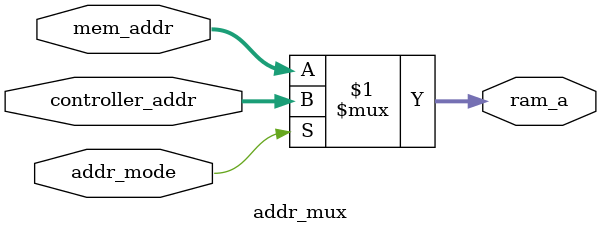
<source format=v>
module addr_mux(addr_mode,
                  mem_addr,
                  controller_addr,
                  ram_a);

  //--------------------input--------------------//
  input addr_mode;
  input [17:0]mem_addr,controller_addr;
  //--------------------output-------------------//
  output [17:0]ram_a;


  assign ram_a=(addr_mode)?controller_addr:mem_addr;

endmodule

</source>
